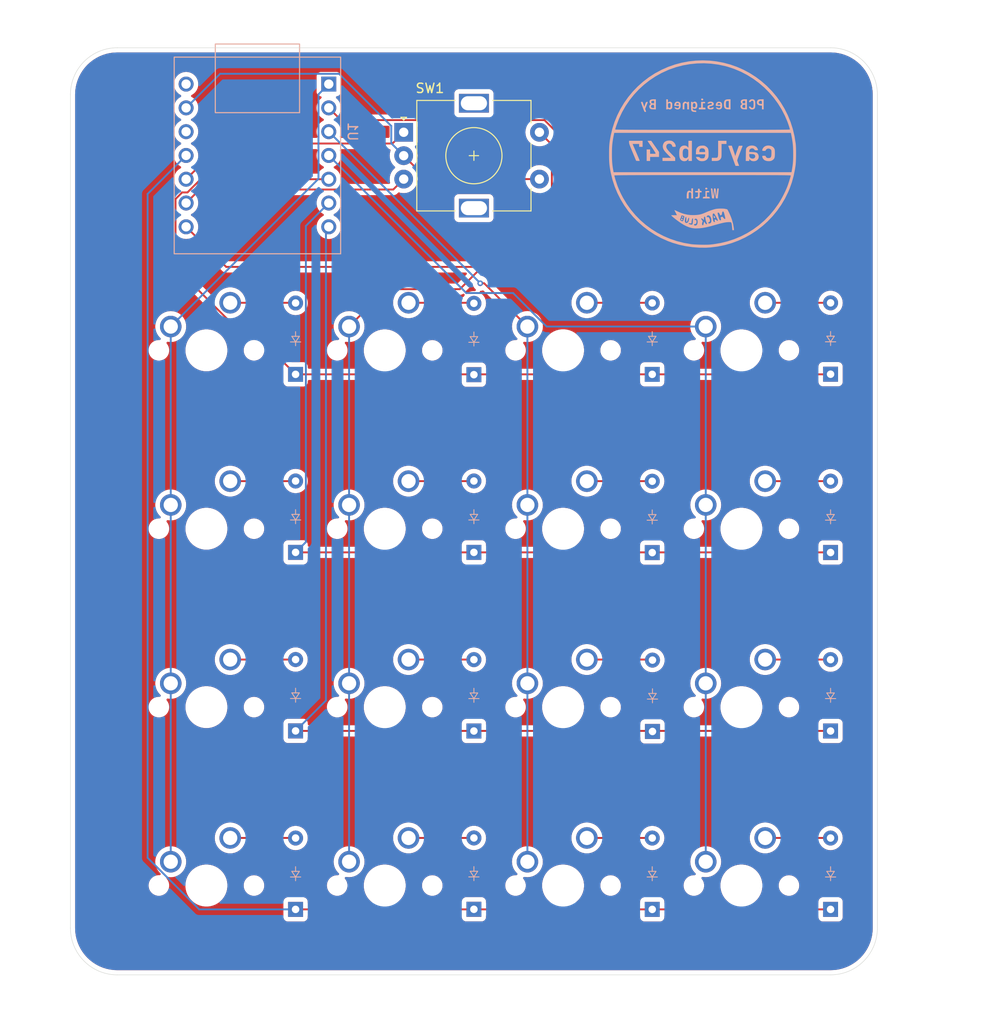
<source format=kicad_pcb>
(kicad_pcb (version 20240108) (generator "pcbnew") (generator_version "8.0")
  (layers (0 "F.Cu" signal) (31 "B.Cu" signal) (34 "B.Paste" user) (35 "F.Paste" user) (36 "B.SilkS" user "B.Silkscreen") (37 "F.SilkS" user "F.Silkscreen") (38 "B.Mask" user) (39 "F.Mask" user) (44 "Edge.Cuts" user))
  (net 0 "")
  (net 1 "ROW0")
  (net 2 "Net-(D1-A)")
  (net 3 "Net-(D16-A)")
  (net 4 "Net-(D17-A)")
  (net 5 "Net-(D18-A)")
  (net 6 "Net-(D19-A)")
  (net 7 "ROW1")
  (net 8 "Net-(D20-A)")
  (net 9 "Net-(D21-A)")
  (net 10 "Net-(D22-A)")
  (net 11 "ROW2")
  (net 12 "Net-(D23-A)")
  (net 13 "Net-(D24-A)")
  (net 14 "Net-(D25-A)")
  (net 15 "Net-(D26-A)")
  (net 16 "ROW3")
  (net 17 "Net-(D27-A)")
  (net 18 "Net-(D28-A)")
  (net 19 "Net-(D29-A)")
  (net 20 "Net-(D30-A)")
  (net 21 "COL1")
  (net 22 "COL2")
  (net 23 "COL3")
  (net 24 "COL0")
  (net 25 "EC11B")
  (net 26 "EC11A")
  (net 27 "EC11SW")
  (net 28 "GND")
  (net 29 "+5V")
  (footprint "MX_Solderable:MX-Solderable-1U" (layer "F.Cu") (at 122.65 140.46)
    (property "Reference" "S14")
    (property "Value" "Keyswitch")
    (pad "" np_thru_hole circle (at -5.08 0 48.099) (size 1.7018 1.7018) (drill 1.7018) (layers "F&B.Cu" "*.Mask"))
    (pad "" np_thru_hole circle (at 0 0) (size 3.9878 3.9878) (drill 3.9878) (layers "*.Cu" "*.Mask"))
    (pad "" np_thru_hole circle (at 5.08 0 48.099) (size 1.7018 1.7018) (drill 1.7018) (layers "F&B.Cu" "*.Mask"))
    (pad "1" thru_hole circle (at -3.81 -2.54) (size 2.3 2.3) (drill 1.524) (layers "*.Cu" "B.Mask") (net 22 "COL2"))
    (pad "2" thru_hole circle (at 2.54 -5.08) (size 2.3 2.3) (drill 1.524) (layers "*.Cu" "B.Mask") (net 19 "Net-(D29-A)"))
  )
  (footprint "MX_Solderable:MX-Solderable-1U" (layer "F.Cu") (at 103.6 121.41)
    (property "Reference" "S9")
    (property "Value" "Keyswitch")
    (pad "" np_thru_hole circle (at -5.08 0 48.099) (size 1.7018 1.7018) (drill 1.7018) (layers "F&B.Cu" "*.Mask"))
    (pad "" np_thru_hole circle (at 0 0) (size 3.9878 3.9878) (drill 3.9878) (layers "*.Cu" "*.Mask"))
    (pad "" np_thru_hole circle (at 5.08 0 48.099) (size 1.7018 1.7018) (drill 1.7018) (layers "F&B.Cu" "*.Mask"))
    (pad "1" thru_hole circle (at -3.81 -2.54) (size 2.3 2.3) (drill 1.524) (layers "*.Cu" "B.Mask") (net 21 "COL1"))
    (pad "2" thru_hole circle (at 2.54 -5.08) (size 2.3 2.3) (drill 1.524) (layers "*.Cu" "B.Mask") (net 13 "Net-(D24-A)"))
  )
  (footprint "Rotary_Encoder:RotaryEncoder_Alps_EC11E-Switch_Vertical_H20mm" (layer "F.Cu") (at 105.625 60.025)
    (property "Reference" "SW1" (at 2.8 -4.7 0) (layer "F.SilkS"))
    (property "Value" "RotaryEncoder_Switch")
    (pad "A" thru_hole rect (at 0 0) (size 2 2) (drill 1) (layers "*.Cu" "*.Mask") (net 26 "EC11A"))
    (pad "B" thru_hole circle (at 0 5) (size 2 2) (drill 1) (layers "*.Cu" "*.Mask") (net 25 "EC11B"))
    (pad "C" thru_hole circle (at 0 2.5) (size 2 2) (drill 1) (layers "*.Cu" "*.Mask") (net 28 "GND"))
    (pad "MP" thru_hole rect (at 7.5 -3.1) (size 3.2 2) (drill oval 2.8 1.5) (layers "*.Cu" "*.Mask"))
    (pad "MP" thru_hole rect (at 7.5 8.1) (size 3.2 2) (drill oval 2.8 1.5) (layers "*.Cu" "*.Mask"))
    (pad "S1" thru_hole circle (at 14.5 5) (size 2 2) (drill 1) (layers "*.Cu" "*.Mask") (net 28 "GND"))
    (pad "S2" thru_hole circle (at 14.5 0) (size 2 2) (drill 1) (layers "*.Cu" "*.Mask") (net 27 "EC11SW"))
  )
  (footprint "MX_Solderable:MX-Solderable-1U" (layer "F.Cu") (at 103.6 102.36)
    (property "Reference" "S5")
    (property "Value" "Keyswitch")
    (pad "" np_thru_hole circle (at -5.08 0 48.099) (size 1.7018 1.7018) (drill 1.7018) (layers "F&B.Cu" "*.Mask"))
    (pad "" np_thru_hole circle (at 0 0) (size 3.9878 3.9878) (drill 3.9878) (layers "*.Cu" "*.Mask"))
    (pad "" np_thru_hole circle (at 5.08 0 48.099) (size 1.7018 1.7018) (drill 1.7018) (layers "F&B.Cu" "*.Mask"))
    (pad "1" thru_hole circle (at -3.81 -2.54) (size 2.3 2.3) (drill 1.524) (layers "*.Cu" "B.Mask") (net 21 "COL1"))
    (pad "2" thru_hole circle (at 2.54 -5.08) (size 2.3 2.3) (drill 1.524) (layers "*.Cu" "B.Mask") (net 8 "Net-(D20-A)"))
  )
  (footprint "MX_Solderable:MX-Solderable-1U" (layer "F.Cu") (at 84.55 121.41)
    (property "Reference" "S8")
    (property "Value" "Keyswitch")
    (pad "" np_thru_hole circle (at -5.08 0 48.099) (size 1.7018 1.7018) (drill 1.7018) (layers "F&B.Cu" "*.Mask"))
    (pad "" np_thru_hole circle (at 0 0) (size 3.9878 3.9878) (drill 3.9878) (layers "*.Cu" "*.Mask"))
    (pad "" np_thru_hole circle (at 5.08 0 48.099) (size 1.7018 1.7018) (drill 1.7018) (layers "F&B.Cu" "*.Mask"))
    (pad "1" thru_hole circle (at -3.81 -2.54) (size 2.3 2.3) (drill 1.524) (layers "*.Cu" "B.Mask") (net 24 "COL0"))
    (pad "2" thru_hole circle (at 2.54 -5.08) (size 2.3 2.3) (drill 1.524) (layers "*.Cu" "B.Mask") (net 12 "Net-(D23-A)"))
  )
  (footprint "MX_Solderable:MX-Solderable-1U" (layer "F.Cu") (at 103.6 83.31)
    (property "Reference" "S1")
    (property "Value" "Keyswitch")
    (pad "" np_thru_hole circle (at -5.08 0 48.099) (size 1.7018 1.7018) (drill 1.7018) (layers "F&B.Cu" "*.Mask"))
    (pad "" np_thru_hole circle (at 0 0) (size 3.9878 3.9878) (drill 3.9878) (layers "*.Cu" "*.Mask"))
    (pad "" np_thru_hole circle (at 5.08 0 48.099) (size 1.7018 1.7018) (drill 1.7018) (layers "F&B.Cu" "*.Mask"))
    (pad "1" thru_hole circle (at -3.81 -2.54) (size 2.3 2.3) (drill 1.524) (layers "*.Cu" "B.Mask") (net 21 "COL1"))
    (pad "2" thru_hole circle (at 2.54 -5.08) (size 2.3 2.3) (drill 1.524) (layers "*.Cu" "B.Mask") (net 3 "Net-(D16-A)"))
  )
  (footprint "MX_Solderable:MX-Solderable-1U" (layer "F.Cu") (at 103.6 140.46)
    (property "Reference" "S13")
    (property "Value" "Keyswitch")
    (pad "" np_thru_hole circle (at -5.08 0 48.099) (size 1.7018 1.7018) (drill 1.7018) (layers "F&B.Cu" "*.Mask"))
    (pad "" np_thru_hole circle (at 0 0) (size 3.9878 3.9878) (drill 3.9878) (layers "*.Cu" "*.Mask"))
    (pad "" np_thru_hole circle (at 5.08 0 48.099) (size 1.7018 1.7018) (drill 1.7018) (layers "F&B.Cu" "*.Mask"))
    (pad "1" thru_hole circle (at -3.81 -2.54) (size 2.3 2.3) (drill 1.524) (layers "*.Cu" "B.Mask") (net 21 "COL1"))
    (pad "2" thru_hole circle (at 2.54 -5.08) (size 2.3 2.3) (drill 1.524) (layers "*.Cu" "B.Mask") (net 18 "Net-(D28-A)"))
  )
  (footprint "MX_Solderable:MX-Solderable-1U" (layer "F.Cu") (at 84.55 83.31)
    (property "Reference" "S16")
    (property "Value" "Keyswitch")
    (pad "" np_thru_hole circle (at -5.08 0 48.099) (size 1.7018 1.7018) (drill 1.7018) (layers "F&B.Cu" "*.Mask"))
    (pad "" np_thru_hole circle (at 0 0) (size 3.9878 3.9878) (drill 3.9878) (layers "*.Cu" "*.Mask"))
    (pad "" np_thru_hole circle (at 5.08 0 48.099) (size 1.7018 1.7018) (drill 1.7018) (layers "F&B.Cu" "*.Mask"))
    (pad "1" thru_hole circle (at -3.81 -2.54) (size 2.3 2.3) (drill 1.524) (layers "*.Cu" "B.Mask") (net 24 "COL0"))
    (pad "2" thru_hole circle (at 2.54 -5.08) (size 2.3 2.3) (drill 1.524) (layers "*.Cu" "B.Mask") (net 2 "Net-(D1-A)"))
  )
  (footprint "MX_Solderable:MX-Solderable-1U" (layer "F.Cu") (at 141.7 102.36)
    (property "Reference" "S7")
    (property "Value" "Keyswitch")
    (pad "" np_thru_hole circle (at -5.08 0 48.099) (size 1.7018 1.7018) (drill 1.7018) (layers "F&B.Cu" "*.Mask"))
    (pad "" np_thru_hole circle (at 0 0) (size 3.9878 3.9878) (drill 3.9878) (layers "*.Cu" "*.Mask"))
    (pad "" np_thru_hole circle (at 5.08 0 48.099) (size 1.7018 1.7018) (drill 1.7018) (layers "F&B.Cu" "*.Mask"))
    (pad "1" thru_hole circle (at -3.81 -2.54) (size 2.3 2.3) (drill 1.524) (layers "*.Cu" "B.Mask") (net 23 "COL3"))
    (pad "2" thru_hole circle (at 2.54 -5.08) (size 2.3 2.3) (drill 1.524) (layers "*.Cu" "B.Mask") (net 10 "Net-(D22-A)"))
  )
  (footprint "MX_Solderable:MX-Solderable-1U" (layer "F.Cu") (at 141.7 121.41)
    (property "Reference" "S11")
    (property "Value" "Keyswitch")
    (pad "" np_thru_hole circle (at -5.08 0 48.099) (size 1.7018 1.7018) (drill 1.7018) (layers "F&B.Cu" "*.Mask"))
    (pad "" np_thru_hole circle (at 0 0) (size 3.9878 3.9878) (drill 3.9878) (layers "*.Cu" "*.Mask"))
    (pad "" np_thru_hole circle (at 5.08 0 48.099) (size 1.7018 1.7018) (drill 1.7018) (layers "F&B.Cu" "*.Mask"))
    (pad "1" thru_hole circle (at -3.81 -2.54) (size 2.3 2.3) (drill 1.524) (layers "*.Cu" "B.Mask") (net 23 "COL3"))
    (pad "2" thru_hole circle (at 2.54 -5.08) (size 2.3 2.3) (drill 1.524) (layers "*.Cu" "B.Mask") (net 15 "Net-(D26-A)"))
  )
  (footprint "MX_Solderable:MX-Solderable-1U" (layer "F.Cu") (at 122.65 83.31)
    (property "Reference" "S2")
    (property "Value" "Keyswitch")
    (pad "" np_thru_hole circle (at -5.08 0 48.099) (size 1.7018 1.7018) (drill 1.7018) (layers "F&B.Cu" "*.Mask"))
    (pad "" np_thru_hole circle (at 0 0) (size 3.9878 3.9878) (drill 3.9878) (layers "*.Cu" "*.Mask"))
    (pad "" np_thru_hole circle (at 5.08 0 48.099) (size 1.7018 1.7018) (drill 1.7018) (layers "F&B.Cu" "*.Mask"))
    (pad "1" thru_hole circle (at -3.81 -2.54) (size 2.3 2.3) (drill 1.524) (layers "*.Cu" "B.Mask") (net 22 "COL2"))
    (pad "2" thru_hole circle (at 2.54 -5.08) (size 2.3 2.3) (drill 1.524) (layers "*.Cu" "B.Mask") (net 4 "Net-(D17-A)"))
  )
  (footprint "MX_Solderable:MX-Solderable-1U" (layer "F.Cu") (at 141.7 83.31)
    (property "Reference" "S3")
    (property "Value" "Keyswitch")
    (pad "" np_thru_hole circle (at -5.08 0 48.099) (size 1.7018 1.7018) (drill 1.7018) (layers "F&B.Cu" "*.Mask"))
    (pad "" np_thru_hole circle (at 0 0) (size 3.9878 3.9878) (drill 3.9878) (layers "*.Cu" "*.Mask"))
    (pad "" np_thru_hole circle (at 5.08 0 48.099) (size 1.7018 1.7018) (drill 1.7018) (layers "F&B.Cu" "*.Mask"))
    (pad "1" thru_hole circle (at -3.81 -2.54) (size 2.3 2.3) (drill 1.524) (layers "*.Cu" "B.Mask") (net 23 "COL3"))
    (pad "2" thru_hole circle (at 2.54 -5.08) (size 2.3 2.3) (drill 1.524) (layers "*.Cu" "B.Mask") (net 5 "Net-(D18-A)"))
  )
  (footprint "MX_Solderable:MX-Solderable-1U" (layer "F.Cu") (at 122.65 121.41)
    (property "Reference" "S10")
    (property "Value" "Keyswitch")
    (pad "" np_thru_hole circle (at -5.08 0 48.099) (size 1.7018 1.7018) (drill 1.7018) (layers "F&B.Cu" "*.Mask"))
    (pad "" np_thru_hole circle (at 0 0) (size 3.9878 3.9878) (drill 3.9878) (layers "*.Cu" "*.Mask"))
    (pad "" np_thru_hole circle (at 5.08 0 48.099) (size 1.7018 1.7018) (drill 1.7018) (layers "F&B.Cu" "*.Mask"))
    (pad "1" thru_hole circle (at -3.81 -2.54) (size 2.3 2.3) (drill 1.524) (layers "*.Cu" "B.Mask") (net 22 "COL2"))
    (pad "2" thru_hole circle (at 2.54 -5.08) (size 2.3 2.3) (drill 1.524) (layers "*.Cu" "B.Mask") (net 14 "Net-(D25-A)"))
  )
  (footprint "MX_Solderable:MX-Solderable-1U" (layer "F.Cu") (at 84.55 102.36)
    (property "Reference" "S4")
    (property "Value" "Keyswitch")
    (pad "" np_thru_hole circle (at -5.08 0 48.099) (size 1.7018 1.7018) (drill 1.7018) (layers "F&B.Cu" "*.Mask"))
    (pad "" np_thru_hole circle (at 0 0) (size 3.9878 3.9878) (drill 3.9878) (layers "*.Cu" "*.Mask"))
    (pad "" np_thru_hole circle (at 5.08 0 48.099) (size 1.7018 1.7018) (drill 1.7018) (layers "F&B.Cu" "*.Mask"))
    (pad "1" thru_hole circle (at -3.81 -2.54) (size 2.3 2.3) (drill 1.524) (layers "*.Cu" "B.Mask") (net 24 "COL0"))
    (pad "2" thru_hole circle (at 2.54 -5.08) (size 2.3 2.3) (drill 1.524) (layers "*.Cu" "B.Mask") (net 6 "Net-(D19-A)"))
  )
  (footprint "MX_Solderable:MX-Solderable-1U" (layer "F.Cu") (at 122.65 102.36)
    (property "Reference" "S6")
    (property "Value" "Keyswitch")
    (pad "" np_thru_hole circle (at -5.08 0 48.099) (size 1.7018 1.7018) (drill 1.7018) (layers "F&B.Cu" "*.Mask"))
    (pad "" np_thru_hole circle (at 0 0) (size 3.9878 3.9878) (drill 3.9878) (layers "*.Cu" "*.Mask"))
    (pad "" np_thru_hole circle (at 5.08 0 48.099) (size 1.7018 1.7018) (drill 1.7018) (layers "F&B.Cu" "*.Mask"))
    (pad "1" thru_hole circle (at -3.81 -2.54) (size 2.3 2.3) (drill 1.524) (layers "*.Cu" "B.Mask") (net 22 "COL2"))
    (pad "2" thru_hole circle (at 2.54 -5.08) (size 2.3 2.3) (drill 1.524) (layers "*.Cu" "B.Mask") (net 9 "Net-(D21-A)"))
  )
  (footprint "MX_Solderable:MX-Solderable-1U" (layer "F.Cu") (at 141.7 140.46)
    (property "Reference" "S15")
    (property "Value" "Keyswitch")
    (pad "" np_thru_hole circle (at -5.08 0 48.099) (size 1.7018 1.7018) (drill 1.7018) (layers "F&B.Cu" "*.Mask"))
    (pad "" np_thru_hole circle (at 0 0) (size 3.9878 3.9878) (drill 3.9878) (layers "*.Cu" "*.Mask"))
    (pad "" np_thru_hole circle (at 5.08 0 48.099) (size 1.7018 1.7018) (drill 1.7018) (layers "F&B.Cu" "*.Mask"))
    (pad "1" thru_hole circle (at -3.81 -2.54) (size 2.3 2.3) (drill 1.524) (layers "*.Cu" "B.Mask") (net 23 "COL3"))
    (pad "2" thru_hole circle (at 2.54 -5.08) (size 2.3 2.3) (drill 1.524) (layers "*.Cu" "B.Mask") (net 20 "Net-(D30-A)"))
  )
  (footprint "MX_Solderable:MX-Solderable-1U" (layer "F.Cu") (at 84.55 140.46)
    (property "Reference" "S12")
    (property "Value" "Keyswitch")
    (pad "" np_thru_hole circle (at -5.08 0 48.099) (size 1.7018 1.7018) (drill 1.7018) (layers "F&B.Cu" "*.Mask"))
    (pad "" np_thru_hole circle (at 0 0) (size 3.9878 3.9878) (drill 3.9878) (layers "*.Cu" "*.Mask"))
    (pad "" np_thru_hole circle (at 5.08 0 48.099) (size 1.7018 1.7018) (drill 1.7018) (layers "F&B.Cu" "*.Mask"))
    (pad "1" thru_hole circle (at -3.81 -2.54) (size 2.3 2.3) (drill 1.524) (layers "*.Cu" "B.Mask") (net 24 "COL0"))
    (pad "2" thru_hole circle (at 2.54 -5.08) (size 2.3 2.3) (drill 1.524) (layers "*.Cu" "B.Mask") (net 17 "Net-(D27-A)"))
  )
  (footprint "ScottoKeebs_Components:Diode_DO-35" (layer "B.Cu") (at 151.225 143.01 90)
    (property "Reference" "D30" (hide yes))
    (property "Value" "D" (hide yes))
    (pad "1" thru_hole rect (at 0 0 90) (size 1.6 1.6) (drill 0.8) (layers "*.Cu" "*.Mask") (net 16 "ROW3"))
    (pad "2" thru_hole oval (at 7.62 0 90) (size 1.6 1.6) (drill 0.8) (layers "*.Cu" "*.Mask") (net 20 "Net-(D30-A)"))
  )
  (footprint "ScottoKeebs_Components:Diode_DO-35" (layer "B.Cu") (at 113.125 104.885 90)
    (property "Reference" "D20" (hide yes))
    (property "Value" "D" (hide yes))
    (pad "1" thru_hole rect (at 0 0 90) (size 1.6 1.6) (drill 0.8) (layers "*.Cu" "*.Mask") (net 7 "ROW1"))
    (pad "2" thru_hole oval (at 7.62 0 90) (size 1.6 1.6) (drill 0.8) (layers "*.Cu" "*.Mask") (net 8 "Net-(D20-A)"))
  )
  (footprint "ScottoKeebs_Components:Diode_DO-35" (layer "B.Cu") (at 132.175 143.01 90)
    (property "Reference" "D29" (hide yes))
    (property "Value" "D" (hide yes))
    (pad "1" thru_hole rect (at 0 0 90) (size 1.6 1.6) (drill 0.8) (layers "*.Cu" "*.Mask") (net 16 "ROW3"))
    (pad "2" thru_hole oval (at 7.62 0 90) (size 1.6 1.6) (drill 0.8) (layers "*.Cu" "*.Mask") (net 19 "Net-(D29-A)"))
  )
  (footprint "ScottoKeebs_Components:Diode_DO-35" (layer "B.Cu") (at 94.075 85.875 90)
    (property "Reference" "D1" (hide yes))
    (property "Value" "D" (hide yes))
    (pad "1" thru_hole rect (at 0 0 90) (size 1.6 1.6) (drill 0.8) (layers "*.Cu" "*.Mask") (net 1 "ROW0"))
    (pad "2" thru_hole oval (at 7.62 0 90) (size 1.6 1.6) (drill 0.8) (layers "*.Cu" "*.Mask") (net 2 "Net-(D1-A)"))
  )
  (footprint "ScottoKeebs_Components:Diode_DO-35" (layer "B.Cu") (at 151.225 85.86 90)
    (property "Reference" "D18" (hide yes))
    (property "Value" "D" (hide yes))
    (pad "1" thru_hole rect (at 0 0 90) (size 1.6 1.6) (drill 0.8) (layers "*.Cu" "*.Mask") (net 1 "ROW0"))
    (pad "2" thru_hole oval (at 7.62 0 90) (size 1.6 1.6) (drill 0.8) (layers "*.Cu" "*.Mask") (net 5 "Net-(D18-A)"))
  )
  (footprint "ScottoKeebs_Components:Diode_DO-35" (layer "B.Cu") (at 151.225 104.9 90)
    (property "Reference" "D22" (hide yes))
    (property "Value" "D" (hide yes))
    (pad "1" thru_hole rect (at 0 0 90) (size 1.6 1.6) (drill 0.8) (layers "*.Cu" "*.Mask") (net 7 "ROW1"))
    (pad "2" thru_hole oval (at 7.62 0 90) (size 1.6 1.6) (drill 0.8) (layers "*.Cu" "*.Mask") (net 10 "Net-(D22-A)"))
  )
  (footprint "ScottoKeebs_Components:Diode_DO-35" (layer "B.Cu") (at 113.125 143 90)
    (property "Reference" "D28" (hide yes))
    (property "Value" "D" (hide yes))
    (pad "1" thru_hole rect (at 0 0 90) (size 1.6 1.6) (drill 0.8) (layers "*.Cu" "*.Mask") (net 16 "ROW3"))
    (pad "2" thru_hole oval (at 7.62 0 90) (size 1.6 1.6) (drill 0.8) (layers "*.Cu" "*.Mask") (net 18 "Net-(D28-A)"))
  )
  (footprint "XIAO_PCB:MOUDLE14P-2.54-21X17.8MM" (layer "B.Cu") (at 90 62.5 90)
    (property "Reference" "U1" (at 2.54 10.16 -90) (layer "B.SilkS") (effects (justify mirror)))
    (property "Value" "MOUDLE-SEEEDUINO-XIAO")
    (pad "1" thru_hole rect (at 7.62 7.62 90) (size 1.6 1.6) (drill 1) (layers "*.Cu" "*.Mask") (net 24 "COL0"))
    (pad "2" thru_hole circle (at 5.08 7.62 90) (size 1.6 1.6) (drill 1) (layers "*.Cu" "*.Mask") (net 21 "COL1"))
    (pad "3" thru_hole circle (at 2.54 7.62 90) (size 1.6 1.6) (drill 1) (layers "*.Cu" "*.Mask") (net 22 "COL2"))
    (pad "4" thru_hole circle (at 0 7.62 90) (size 1.6 1.6) (drill 1) (layers "*.Cu" "*.Mask") (net 23 "COL3"))
    (pad "5" thru_hole circle (at -2.54 7.62 90) (size 1.6 1.6) (drill 1) (layers "*.Cu" "*.Mask") (net 1 "ROW0"))
    (pad "6" thru_hole circle (at -5.08 7.62 90) (size 1.6 1.6) (drill 1) (layers "*.Cu" "*.Mask") (net 7 "ROW1"))
    (pad "7" thru_hole circle (at -7.62 7.62 90) (size 1.6 1.6) (drill 1) (layers "*.Cu" "*.Mask") (net 11 "ROW2"))
    (pad "8" thru_hole circle (at -7.62 -7.62 90) (size 1.6 1.6) (drill 1) (layers "*.Cu" "*.Mask") (net 27 "EC11SW"))
    (pad "9" thru_hole circle (at -5.08 -7.62 90) (size 1.6 1.6) (drill 1) (layers "*.Cu" "*.Mask") (net 25 "EC11B"))
    (pad "10" thru_hole circle (at -2.54 -7.62 90) (size 1.6 1.6) (drill 1) (layers "*.Cu" "*.Mask") (net 26 "EC11A"))
    (pad "11" thru_hole circle (at 0 -7.62 90) (size 1.6 1.6) (drill 1) (layers "*.Cu" "*.Mask") (net 16 "ROW3"))
    (pad "12" thru_hole circle (at 2.54 -7.62 90) (size 1.6 1.6) (drill 1) (layers "*.Cu" "*.Mask"))
    (pad "13" thru_hole circle (at 5.08 -7.62 90) (size 1.6 1.6) (drill 1) (layers "*.Cu" "*.Mask") (net 28 "GND"))
    (pad "14" thru_hole circle (at 7.62 -7.62 90) (size 1.6 1.6) (drill 1) (layers "*.Cu" "*.Mask") (net 29 "+5V"))
  )
  (footprint "ScottoKeebs_Components:Diode_DO-35" (layer "B.Cu") (at 132.175 104.91 90)
    (property "Reference" "D21" (hide yes))
    (property "Value" "D" (hide yes))
    (pad "1" thru_hole rect (at 0 0 90) (size 1.6 1.6) (drill 0.8) (layers "*.Cu" "*.Mask") (net 7 "ROW1"))
    (pad "2" thru_hole oval (at 7.62 0 90) (size 1.6 1.6) (drill 0.8) (layers "*.Cu" "*.Mask") (net 9 "Net-(D21-A)"))
  )
  (footprint "ScottoKeebs_Components:Diode_DO-35" (layer "B.Cu") (at 94.075 143.01 90)
    (property "Reference" "D27" (hide yes))
    (property "Value" "D" (hide yes))
    (pad "1" thru_hole rect (at 0 0 90) (size 1.6 1.6) (drill 0.8) (layers "*.Cu" "*.Mask") (net 16 "ROW3"))
    (pad "2" thru_hole oval (at 7.62 0 90) (size 1.6 1.6) (drill 0.8) (layers "*.Cu" "*.Mask") (net 17 "Net-(D27-A)"))
  )
  (footprint "ScottoKeebs_Components:Diode_DO-35" (layer "B.Cu") (at 132.2 124.01 90)
    (property "Reference" "D25" (hide yes))
    (property "Value" "D" (hide yes))
    (pad "1" thru_hole rect (at 0 0 90) (size 1.6 1.6) (drill 0.8) (layers "*.Cu" "*.Mask") (net 11 "ROW2"))
    (pad "2" thru_hole oval (at 7.62 0 90) (size 1.6 1.6) (drill 0.8) (layers "*.Cu" "*.Mask") (net 14 "Net-(D25-A)"))
  )
  (footprint "ScottoKeebs_Components:Diode_DO-35" (layer "B.Cu") (at 94.075 104.885 90)
    (property "Reference" "D19" (hide yes))
    (property "Value" "D" (hide yes))
    (pad "1" thru_hole rect (at 0 0 90) (size 1.6 1.6) (drill 0.8) (layers "*.Cu" "*.Mask") (net 7 "ROW1"))
    (pad "2" thru_hole oval (at 7.62 0 90) (size 1.6 1.6) (drill 0.8) (layers "*.Cu" "*.Mask") (net 6 "Net-(D19-A)"))
  )
  (footprint "ScottoKeebs_Components:Diode_DO-35" (layer "B.Cu") (at 94.075 123.95 90)
    (property "Reference" "D23" (hide yes))
    (property "Value" "D" (hide yes))
    (pad "1" thru_hole rect (at 0 0 90) (size 1.6 1.6) (drill 0.8) (layers "*.Cu" "*.Mask") (net 11 "ROW2"))
    (pad "2" thru_hole oval (at 7.62 0 90) (size 1.6 1.6) (drill 0.8) (layers "*.Cu" "*.Mask") (net 12 "Net-(D23-A)"))
  )
  (footprint "ScottoKeebs_Components:Diode_DO-35" (layer "B.Cu") (at 113.125 85.91 90)
    (property "Reference" "D16" (hide yes))
    (property "Value" "D" (hide yes))
    (pad "1" thru_hole rect (at 0 0 90) (size 1.6 1.6) (drill 0.8) (layers "*.Cu" "*.Mask") (net 1 "ROW0"))
    (pad "2" thru_hole oval (at 7.62 0 90) (size 1.6 1.6) (drill 0.8) (layers "*.Cu" "*.Mask") (net 3 "Net-(D16-A)"))
  )
  (footprint "ScottoKeebs_Components:Diode_DO-35" (layer "B.Cu") (at 132.175 85.875 90)
    (property "Reference" "D17" (hide yes))
    (property "Value" "D" (hide yes))
    (pad "1" thru_hole rect (at 0 0 90) (size 1.6 1.6) (drill 0.8) (layers "*.Cu" "*.Mask") (net 1 "ROW0"))
    (pad "2" thru_hole oval (at 7.62 0 90) (size 1.6 1.6) (drill 0.8) (layers "*.Cu" "*.Mask") (net 4 "Net-(D17-A)"))
  )
  (footprint "ScottoKeebs_Components:Diode_DO-35" (layer "B.Cu") (at 151.225 123.96 90)
    (property "Reference" "D26" (hide yes))
    (property "Value" "D" (hide yes))
    (pad "1" thru_hole rect (at 0 0 90) (size 1.6 1.6) (drill 0.8) (layers "*.Cu" "*.Mask") (net 11 "ROW2"))
    (pad "2" thru_hole oval (at 7.62 0 90) (size 1.6 1.6) (drill 0.8) (layers "*.Cu" "*.Mask") (net 15 "Net-(D26-A)"))
  )
  (footprint "graphics:seal_small" (layer "B.Cu") (at 137.55 62.35 180)
    (property "Reference" "G***" (hide yes))
    (property "Value" "LOGO" (hide yes))
  )
  (footprint "ScottoKeebs_Components:Diode_DO-35" (layer "B.Cu") (at 113.125 123.96 90)
    (property "Reference" "D24" (hide yes))
    (property "Value" "D" (hide yes))
    (pad "1" thru_hole rect (at 0 0 90) (size 1.6 1.6) (drill 0.8) (layers "*.Cu" "*.Mask") (net 11 "ROW2"))
    (pad "2" thru_hole oval (at 7.62 0 90) (size 1.6 1.6) (drill 0.8) (layers "*.Cu" "*.Mask") (net 13 "Net-(D24-A)"))
  )
  (gr_line (start 156.225 145) (end 156.225 56) (stroke (width 0.05)) (layer "Edge.Cuts"))
  (gr_line (start 151.225 150) (end 75.025 150) (stroke (width 0.05)) (layer "Edge.Cuts"))
  (gr_arc (start 70.025 56) (mid 71.489466 52.464466) (end 75.025 51) (stroke (width 0.05)) (layer "Edge.Cuts"))
  (gr_arc (start 75.025 150) (mid 71.489466 148.535534) (end 70.025 145) (stroke (width 0.05)) (layer "Edge.Cuts"))
  (gr_line (start 70.025 145) (end 70.025 56) (stroke (width 0.05)) (layer "Edge.Cuts"))
  (gr_arc (start 156.225 145) (mid 154.760534 148.535534) (end 151.225 150) (stroke (width 0.05)) (layer "Edge.Cuts"))
  (gr_line (start 75.025 51) (end 151.225 51) (stroke (width 0.05)) (layer "Edge.Cuts"))
  (gr_arc (start 151.225 51) (mid 154.760534 52.464466) (end 156.225 56) (stroke (width 0.05)) (layer "Edge.Cuts"))
  (segment (start 81.954365 66.45) (end 81.25 67.154365) (width 0.2) (layer "F.Cu") (net 1))
  (segment (start 94.075 85.875) (end 151.21 85.875) (width 0.2) (layer "F.Cu") (net 1))
  (segment (start 81.25 67.154365) (end 81.25 74.44061) (width 0.2) (layer "F.Cu") (net 1))
  (segment (start 90.3 82.1) (end 94.075 85.875) (width 0.2) (layer "F.Cu") (net 1))
  (segment (start 151.21 85.875) (end 151.225 85.86) (width 0.2) (layer "F.Cu") (net 1))
  (segment (start 88.90939 82.1) (end 90.3 82.1) (width 0.2) (layer "F.Cu") (net 1))
  (segment (start 81.25 74.44061) (end 88.90939 82.1) (width 0.2) (layer "F.Cu") (net 1))
  (segment (start 83.935635 65.04) (end 82.525635 66.45) (width 0.2) (layer "F.Cu") (net 1))
  (segment (start 97.62 65.04) (end 83.935635 65.04) (width 0.2) (layer "F.Cu") (net 1))
  (segment (start 82.525635 66.45) (end 81.954365 66.45) (width 0.2) (layer "F.Cu") (net 1))
  (segment (start 87.09 78.23) (end 94.05 78.23) (width 0.2) (layer "F.Cu") (net 2))
  (segment (start 94.05 78.23) (end 94.075 78.255) (width 0.2) (layer "F.Cu") (net 2))
  (segment (start 113.065 78.23) (end 113.125 78.29) (width 0.2) (layer "F.Cu") (net 3))
  (segment (start 106.14 78.23) (end 113.065 78.23) (width 0.2) (layer "F.Cu") (net 3))
  (segment (start 125.19 78.23) (end 132.15 78.23) (width 0.2) (layer "F.Cu") (net 4))
  (segment (start 132.15 78.23) (end 132.175 78.255) (width 0.2) (layer "F.Cu") (net 4))
  (segment (start 144.24 78.23) (end 151.215 78.23) (width 0.2) (layer "F.Cu") (net 5))
  (segment (start 151.215 78.23) (end 151.225 78.24) (width 0.2) (layer "F.Cu") (net 5))
  (segment (start 94.06 97.28) (end 94.075 97.265) (width 0.2) (layer "F.Cu") (net 6))
  (segment (start 87.09 97.28) (end 94.06 97.28) (width 0.2) (layer "F.Cu") (net 6))
  (segment (start 94.075 104.885) (end 151.21 104.885) (width 0.2) (layer "F.Cu") (net 7))
  (segment (start 151.21 104.885) (end 151.225 104.9) (width 0.2) (layer "F.Cu") (net 7))
  (segment (start 95.175 70.025) (end 97.62 67.58) (width 0.2) (layer "B.Cu") (net 7))
  (segment (start 94.075 104.885) (end 95.175 103.785) (width 0.2) (layer "B.Cu") (net 7))
  (segment (start 95.175 103.785) (end 95.175 70.025) (width 0.2) (layer "B.Cu") (net 7))
  (segment (start 113.11 97.28) (end 113.125 97.265) (width 0.2) (layer "F.Cu") (net 8))
  (segment (start 106.14 97.28) (end 113.11 97.28) (width 0.2) (layer "F.Cu") (net 8))
  (segment (start 125.19 97.28) (end 132.165 97.28) (width 0.2) (layer "F.Cu") (net 9))
  (segment (start 132.165 97.28) (end 132.175 97.29) (width 0.2) (layer "F.Cu") (net 9))
  (segment (start 144.24 97.28) (end 151.225 97.28) (width 0.2) (layer "F.Cu") (net 10))
  (segment (start 151.215 123.95) (end 151.225 123.96) (width 0.2) (layer "F.Cu") (net 11))
  (segment (start 94.075 123.95) (end 151.215 123.95) (width 0.2) (layer "F.Cu") (net 11))
  (segment (start 94.075 123.95) (end 97.3191 120.7059) (width 0.2) (layer "B.Cu") (net 11))
  (segment (start 97.3191 120.7059) (end 97.3191 70.4209) (width 0.2) (layer "B.Cu") (net 11))
  (segment (start 97.3191 70.4209) (end 97.62 70.12) (width 0.2) (layer "B.Cu") (net 11))
  (segment (start 87.09 116.33) (end 94.075 116.33) (width 0.2) (layer "F.Cu") (net 12))
  (segment (start 113.115 116.33) (end 113.125 116.34) (width 0.2) (layer "F.Cu") (net 13))
  (segment (start 106.14 116.33) (end 113.115 116.33) (width 0.2) (layer "F.Cu") (net 13))
  (segment (start 132.14 116.33) (end 132.2 116.39) (width 0.2) (layer "F.Cu") (net 14))
  (segment (start 125.19 116.33) (end 132.14 116.33) (width 0.2) (layer "F.Cu") (net 14))
  (segment (start 144.24 116.33) (end 151.215 116.33) (width 0.2) (layer "F.Cu") (net 15))
  (segment (start 151.215 116.33) (end 151.225 116.34) (width 0.2) (layer "F.Cu") (net 15))
  (segment (start 94.075 143.01) (end 151.225 143.01) (width 0.2) (layer "F.Cu") (net 16))
  (segment (start 78.2691 66.6109) (end 82.38 62.5) (width 0.2) (layer "B.Cu") (net 16))
  (segment (start 83.77939 143.01) (end 78.2691 137.49971) (width 0.2) (layer "B.Cu") (net 16))
  (segment (start 78.2691 137.49971) (end 78.2691 66.6109) (width 0.2) (layer "B.Cu") (net 16))
  (segment (start 94.075 143.01) (end 83.77939 143.01) (width 0.2) (layer "B.Cu") (net 16))
  (segment (start 87.09 135.38) (end 94.065 135.38) (width 0.2) (layer "F.Cu") (net 17))
  (segment (start 94.065 135.38) (end 94.075 135.39) (width 0.2) (layer "F.Cu") (net 17))
  (segment (start 106.14 135.38) (end 113.125 135.38) (width 0.2) (layer "F.Cu") (net 18))
  (segment (start 132.165 135.38) (end 132.175 135.39) (width 0.2) (layer "F.Cu") (net 19))
  (segment (start 125.19 135.38) (end 132.165 135.38) (width 0.2) (layer "F.Cu") (net 19))
  (segment (start 144.24 135.38) (end 151.215 135.38) (width 0.2) (layer "F.Cu") (net 20))
  (segment (start 151.215 135.38) (end 151.225 135.39) (width 0.2) (layer "F.Cu") (net 20))
  (segment (start 111.62 76.78) (end 103.78 76.78) (width 0.2) (layer "F.Cu") (net 21))
  (segment (start 121.85 66.55) (end 111.62 76.78) (width 0.2) (layer "F.Cu") (net 21))
  (segment (start 103.78 76.78) (end 99.79 80.77) (width 0.2) (layer "F.Cu") (net 21))
  (segment (start 98.925 58.725) (end 120.663478 58.725) (width 0.2) (layer "F.Cu") (net 21))
  (segment (start 97.62 57.42) (end 98.925 58.725) (width 0.2) (layer "F.Cu") (net 21))
  (segment (start 121.85 59.911522) (end 121.85 66.55) (width 0.2) (layer "F.Cu") (net 21))
  (segment (start 120.663478 58.725) (end 121.85 59.911522) (width 0.2) (layer "F.Cu") (net 21))
  (segment (start 99.79 80.77) (end 99.79 137.92) (width 0.2) (layer "B.Cu") (net 21))
  (segment (start 113.8 76.15) (end 114.22 76.15) (width 0.2) (layer "F.Cu") (net 22))
  (segment (start 114.22 76.15) (end 118.84 80.77) (width 0.2) (layer "F.Cu") (net 22))
  (via (at 113.8 76.15) (size 0.6) (drill 0.3) (layers "F.Cu" "B.Cu") (net 22))
  (segment (start 118.84 80.77) (end 118.84 137.92) (width 0.2) (layer "B.Cu") (net 22))
  (segment (start 97.62 59.96) (end 113.8 76.14) (width 0.2) (layer "B.Cu") (net 22))
  (segment (start 113.8 76.14) (end 113.8 76.15) (width 0.2) (layer "B.Cu") (net 22))
  (segment (start 117.31061 77.19) (end 112.31 77.19) (width 0.2) (layer "B.Cu") (net 23))
  (segment (start 137.89 80.77) (end 137.89 137.92) (width 0.2) (layer "B.Cu") (net 23))
  (segment (start 112.31 77.19) (end 97.62 62.5) (width 0.2) (layer "B.Cu") (net 23))
  (segment (start 120.89061 80.77) (end 117.31061 77.19) (width 0.2) (layer "B.Cu") (net 23))
  (segment (start 137.89 80.77) (end 120.89061 80.77) (width 0.2) (layer "B.Cu") (net 23))
  (segment (start 80.74 80.77) (end 80.74 137.92) (width 0.2) (layer "B.Cu") (net 24))
  (segment (start 96.52 64.99) (end 96.52 55.98) (width 0.2) (layer "B.Cu") (net 24))
  (segment (start 96.52 55.98) (end 97.62 54.88) (width 0.2) (layer "B.Cu") (net 24))
  (segment (start 80.74 80.77) (end 96.52 64.99) (width 0.2) (layer "B.Cu") (net 24))
  (segment (start 83.82 66.14) (end 104.51 66.14) (width 0.2) (layer "F.Cu") (net 25))
  (segment (start 82.38 67.58) (end 83.82 66.14) (width 0.2) (layer "F.Cu") (net 25))
  (segment (start 104.51 66.14) (end 105.625 65.025) (width 0.2) (layer "F.Cu") (net 25))
  (segment (start 86.195 61.225) (end 104.425 61.225) (width 0.2) (layer "F.Cu") (net 26))
  (segment (start 104.425 61.225) (end 105.625 60.025) (width 0.2) (layer "F.Cu") (net 26))
  (segment (start 82.38 65.04) (end 86.195 61.225) (width 0.2) (layer "F.Cu") (net 26))
  (segment (start 121.45 66.323913) (end 121.45 61.35) (width 0.2) (layer "F.Cu") (net 27))
  (segment (start 113.37364 74.400273) (end 121.45 66.323913) (width 0.2) (layer "F.Cu") (net 27))
  (segment (start 121.45 61.35) (end 120.125 60.025) (width 0.2) (layer "F.Cu") (net 27))
  (segment (start 86.660273 74.400273) (end 113.37364 74.400273) (width 0.2) (layer "F.Cu") (net 27))
  (segment (start 82.38 70.12) (end 86.660273 74.400273) (width 0.2) (layer "F.Cu") (net 27))
  (segment (start 105.625 62.525) (end 108.125 65.025) (width 0.2) (layer "F.Cu") (net 28))
  (segment (start 108.125 65.025) (end 120.125 65.025) (width 0.2) (layer "F.Cu") (net 28))
  (segment (start 98.72 53.78) (end 104.3 59.36) (width 0.2) (layer "B.Cu") (net 28))
  (segment (start 104.3 61.2) (end 105.625 62.525) (width 0.2) (layer "B.Cu") (net 28))
  (segment (start 104.3 59.36) (end 104.3 61.2) (width 0.2) (layer "B.Cu") (net 28))
  (segment (start 82.38 57.42) (end 86.02 53.78) (width 0.2) (layer "B.Cu") (net 28))
  (segment (start 86.02 53.78) (end 98.72 53.78) (width 0.2) (layer "B.Cu") (net 28))
  (zone (net 0) (net_name "") (layers "F&B.Cu") (connect_pads (clearance 0.5)) (min_thickness 0.25) (fill yes (thermal_gap 0.5) (thermal_bridge_width 0.5) (island_removal_mode 1) (island_area_min 10))
    (polygon (pts (xy 62.5 45.9) (xy 62.675 153.325) (xy 167.225 155.275) (xy 167.95 46.975)))
  )
)
</source>
